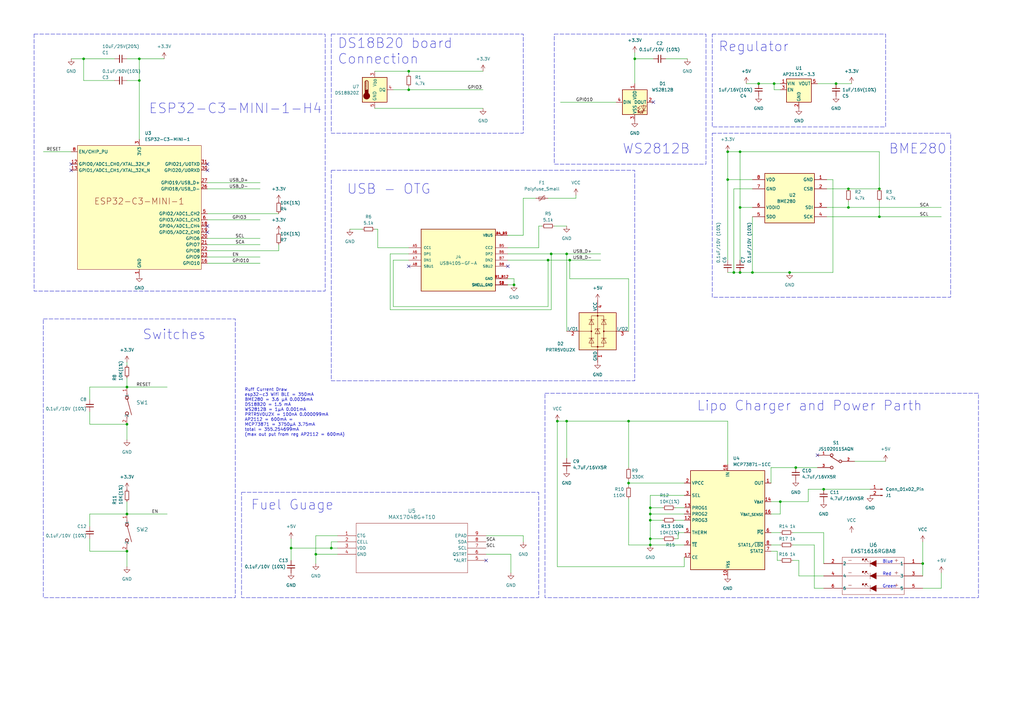
<source format=kicad_sch>
(kicad_sch (version 20230121) (generator eeschema)
  (paper "A3")
  (title_block (title "Arsenic V3"))
  (junction (at 378.46 231.14))
  (junction (at 311.15 34.29))
  (junction (at 260.35 24.13))
  (junction (at 52.07 173.99))
  (junction (at 326.39 191.77))
  (junction (at 342.9 34.29))
  (junction (at 224.79 106.68))
  (junction (at 257.81 172.72))
  (junction (at 266.7 210.82))
  (junction (at 347.98 85.09))
  (junction (at 210.82 116.84))
  (junction (at 52.07 158.75))
  (junction (at 317.5 34.29))
  (junction (at 303.53 85.09))
  (junction (at 337.82 200.66))
  (junction (at 34.29 24.13))
  (junction (at 228.6 172.72))
  (junction (at 233.68 106.68))
  (junction (at 303.53 111.76))
  (junction (at 266.7 223.52))
  (junction (at 226.06 104.14))
  (junction (at 57.15 33.02))
  (junction (at 298.45 73.66))
  (junction (at 298.45 62.23))
  (junction (at 167.64 36.83))
  (junction (at 57.15 24.13))
  (junction (at 232.41 172.72))
  (junction (at 323.85 111.76))
  (junction (at 52.07 210.82))
  (junction (at 119.38 224.79))
  (junction (at 300.99 111.76))
  (junction (at 167.64 29.21))
  (junction (at 266.7 213.36))
  (junction (at 320.04 205.74))
  (junction (at 360.68 77.47))
  (junction (at 266.7 208.28))
  (junction (at 135.89 224.79))
  (junction (at 360.68 88.9))
  (junction (at 232.41 104.14))
  (junction (at 308.61 111.76))
  (junction (at 52.07 226.06))
  (junction (at 257.81 198.12))
  (junction (at 347.98 77.47))
  (junction (at 303.53 62.23))
  (junction (at 129.54 227.33))
  (junction (at 266.7 220.98))
  (no_connect (at 85.09 92.71))
  (no_connect (at 29.21 67.31))
  (no_connect (at 29.21 69.85))
  (no_connect (at 208.28 109.22))
  (no_connect (at 85.09 67.31))
  (no_connect (at 85.09 95.25))
  (no_connect (at 85.09 69.85))
  (no_connect (at 267.97 41.91))
  (no_connect (at 199.39 229.87))
  (no_connect (at 167.64 109.22))
  (no_connect (at 335.28 186.69))
  (wire (pts (xy 320.04 205.74) (xy 331.47 205.74)))
  (wire (pts (xy 67.31 24.13) (xy 57.15 24.13)))
  (wire (pts (xy 208.28 104.14) (xy 226.06 104.14)))
  (wire (pts (xy 347.98 85.09) (xy 339.09 85.09)))
  (wire (pts (xy 199.39 219.71) (xy 214.63 219.71)))
  (wire (pts (xy 68.58 158.75) (xy 52.07 158.75)))
  (wire (pts (xy 222.25 92.71) (xy 220.98 92.71)))
  (wire (pts (xy 167.64 29.21) (xy 167.64 30.48)))
  (wire (pts (xy 57.15 33.02) (xy 57.15 57.15)))
  (wire (pts (xy 257.81 223.52) (xy 266.7 223.52)))
  (wire (pts (xy 308.61 77.47) (xy 300.99 77.47)))
  (wire (pts (xy 266.7 220.98) (xy 266.7 223.52)))
  (wire (pts (xy 316.23 218.44) (xy 320.04 218.44)))
  (wire (pts (xy 257.81 172.72) (xy 257.81 191.77)))
  (wire (pts (xy 337.82 200.66) (xy 356.87 200.66)))
  (wire (pts (xy 209.55 227.33) (xy 209.55 234.95)))
  (wire (pts (xy 36.83 163.83) (xy 36.83 158.75)))
  (wire (pts (xy 68.58 210.82) (xy 52.07 210.82)))
  (wire (pts (xy 228.6 172.72) (xy 232.41 172.72)))
  (wire (pts (xy 153.67 44.45) (xy 198.12 44.45)))
  (wire (pts (xy 325.12 223.52) (xy 334.01 223.52)))
  (wire (pts (xy 303.53 85.09) (xy 303.53 106.68)))
  (wire (pts (xy 260.35 21.59) (xy 260.35 24.13)))
  (wire (pts (xy 36.83 168.91) (xy 36.83 173.99)))
  (wire (pts (xy 300.99 111.76) (xy 303.53 111.76)))
  (wire (pts (xy 298.45 73.66) (xy 298.45 106.68)))
  (wire (pts (xy 114.3 100.33) (xy 114.3 102.87)))
  (wire (pts (xy 138.43 222.25) (xy 135.89 222.25)))
  (wire (pts (xy 85.09 102.87) (xy 114.3 102.87)))
  (wire (pts (xy 52.07 154.94) (xy 52.07 158.75)))
  (wire (pts (xy 52.07 148.59) (xy 52.07 149.86)))
  (wire (pts (xy 266.7 220.98) (xy 271.78 220.98)))
  (wire (pts (xy 220.98 101.6) (xy 208.28 101.6)))
  (wire (pts (xy 232.41 172.72) (xy 257.81 172.72)))
  (wire (pts (xy 36.83 158.75) (xy 52.07 158.75)))
  (wire (pts (xy 167.64 35.56) (xy 167.64 36.83)))
  (wire (pts (xy 298.45 62.23) (xy 298.45 73.66)))
  (wire (pts (xy 226.06 104.14) (xy 232.41 104.14)))
  (wire (pts (xy 266.7 203.2) (xy 266.7 208.28)))
  (wire (pts (xy 36.83 173.99) (xy 52.07 173.99)))
  (wire (pts (xy 339.09 77.47) (xy 347.98 77.47)))
  (wire (pts (xy 257.81 196.85) (xy 257.81 198.12)))
  (wire (pts (xy 266.7 203.2) (xy 280.67 203.2)))
  (wire (pts (xy 318.77 226.06) (xy 316.23 226.06)))
  (wire (pts (xy 325.12 218.44) (xy 337.82 218.44)))
  (wire (pts (xy 52.07 205.74) (xy 52.07 210.82)))
  (wire (pts (xy 342.9 34.29) (xy 349.25 34.29)))
  (wire (pts (xy 306.07 34.29) (xy 311.15 34.29)))
  (wire (pts (xy 335.28 34.29) (xy 342.9 34.29)))
  (wire (pts (xy 280.67 232.41) (xy 228.6 232.41)))
  (wire (pts (xy 129.54 227.33) (xy 129.54 231.14)))
  (wire (pts (xy 320.04 36.83) (xy 317.5 36.83)))
  (wire (pts (xy 208.28 96.52) (xy 214.63 96.52)))
  (wire (pts (xy 220.98 92.71) (xy 220.98 101.6)))
  (wire (pts (xy 167.64 36.83) (xy 198.12 36.83)))
  (wire (pts (xy 331.47 200.66) (xy 337.82 200.66)))
  (wire (pts (xy 308.61 88.9) (xy 308.61 111.76)))
  (wire (pts (xy 303.53 111.76) (xy 308.61 111.76)))
  (wire (pts (xy 160.02 104.14) (xy 160.02 127)))
  (wire (pts (xy 208.28 106.68) (xy 224.79 106.68)))
  (wire (pts (xy 276.86 213.36) (xy 280.67 213.36)))
  (wire (pts (xy 378.46 222.25) (xy 378.46 231.14)))
  (wire (pts (xy 360.68 82.55) (xy 360.68 88.9)))
  (wire (pts (xy 160.02 127) (xy 226.06 127)))
  (wire (pts (xy 154.94 101.6) (xy 167.64 101.6)))
  (wire (pts (xy 278.13 220.98) (xy 278.13 218.44)))
  (wire (pts (xy 229.87 41.91) (xy 252.73 41.91)))
  (wire (pts (xy 320.04 210.82) (xy 320.04 205.74)))
  (wire (pts (xy 280.67 223.52) (xy 266.7 223.52)))
  (wire (pts (xy 325.12 229.87) (xy 327.66 229.87)))
  (wire (pts (xy 138.43 219.71) (xy 129.54 219.71)))
  (wire (pts (xy 337.82 218.44) (xy 337.82 231.14)))
  (wire (pts (xy 214.63 219.71) (xy 214.63 222.25)))
  (wire (pts (xy 17.78 62.23) (xy 29.21 62.23)))
  (wire (pts (xy 85.09 90.17) (xy 106.68 90.17)))
  (wire (pts (xy 233.68 106.68) (xy 233.68 114.3)))
  (wire (pts (xy 298.45 190.5) (xy 298.45 172.72)))
  (wire (pts (xy 143.51 93.98) (xy 148.59 93.98)))
  (wire (pts (xy 360.68 77.47) (xy 360.68 62.23)))
  (wire (pts (xy 153.67 93.98) (xy 154.94 93.98)))
  (wire (pts (xy 232.41 104.14) (xy 232.41 135.89)))
  (wire (pts (xy 153.67 29.21) (xy 167.64 29.21)))
  (wire (pts (xy 257.81 204.47) (xy 257.81 223.52)))
  (wire (pts (xy 339.09 73.66) (xy 341.63 73.66)))
  (wire (pts (xy 167.64 106.68) (xy 161.29 106.68)))
  (wire (pts (xy 227.33 92.71) (xy 232.41 92.71)))
  (wire (pts (xy 316.23 191.77) (xy 316.23 198.12)))
  (wire (pts (xy 360.68 88.9) (xy 386.08 88.9)))
  (wire (pts (xy 233.68 114.3) (xy 257.81 114.3)))
  (wire (pts (xy 52.07 226.06) (xy 52.07 232.41)))
  (wire (pts (xy 266.7 208.28) (xy 266.7 210.82)))
  (wire (pts (xy 350.52 189.23) (xy 363.22 189.23)))
  (wire (pts (xy 36.83 220.98) (xy 36.83 226.06)))
  (wire (pts (xy 276.86 220.98) (xy 278.13 220.98)))
  (wire (pts (xy 339.09 88.9) (xy 360.68 88.9)))
  (wire (pts (xy 320.04 229.87) (xy 318.77 229.87)))
  (wire (pts (xy 85.09 97.79) (xy 106.68 97.79)))
  (wire (pts (xy 232.41 172.72) (xy 232.41 187.96)))
  (wire (pts (xy 300.99 77.47) (xy 300.99 111.76)))
  (wire (pts (xy 316.23 205.74) (xy 320.04 205.74)))
  (wire (pts (xy 129.54 227.33) (xy 138.43 227.33)))
  (wire (pts (xy 303.53 85.09) (xy 308.61 85.09)))
  (wire (pts (xy 266.7 210.82) (xy 280.67 210.82)))
  (wire (pts (xy 327.66 236.22) (xy 327.66 229.87)))
  (wire (pts (xy 337.82 236.22) (xy 327.66 236.22)))
  (wire (pts (xy 236.22 80.01) (xy 236.22 81.28)))
  (wire (pts (xy 161.29 36.83) (xy 167.64 36.83)))
  (wire (pts (xy 266.7 213.36) (xy 271.78 213.36)))
  (wire (pts (xy 36.83 210.82) (xy 52.07 210.82)))
  (wire (pts (xy 36.83 215.9) (xy 36.83 210.82)))
  (wire (pts (xy 208.28 114.3) (xy 210.82 114.3)))
  (wire (pts (xy 135.89 222.25) (xy 135.89 224.79)))
  (wire (pts (xy 224.79 106.68) (xy 224.79 125.73)))
  (wire (pts (xy 298.45 111.76) (xy 300.99 111.76)))
  (wire (pts (xy 317.5 36.83) (xy 317.5 34.29)))
  (wire (pts (xy 257.81 114.3) (xy 257.81 135.89)))
  (wire (pts (xy 85.09 105.41) (xy 106.68 105.41)))
  (wire (pts (xy 341.63 73.66) (xy 341.63 111.76)))
  (wire (pts (xy 34.29 24.13) (xy 34.29 33.02)))
  (wire (pts (xy 323.85 111.76) (xy 341.63 111.76)))
  (wire (pts (xy 280.67 198.12) (xy 257.81 198.12)))
  (wire (pts (xy 347.98 77.47) (xy 360.68 77.47)))
  (wire (pts (xy 303.53 62.23) (xy 303.53 85.09)))
  (wire (pts (xy 266.7 213.36) (xy 266.7 220.98)))
  (wire (pts (xy 85.09 74.93) (xy 106.68 74.93)))
  (wire (pts (xy 119.38 224.79) (xy 135.89 224.79)))
  (wire (pts (xy 129.54 219.71) (xy 129.54 227.33)))
  (wire (pts (xy 308.61 111.76) (xy 323.85 111.76)))
  (wire (pts (xy 85.09 77.47) (xy 106.68 77.47)))
  (wire (pts (xy 34.29 24.13) (xy 29.21 24.13)))
  (wire (pts (xy 57.15 24.13) (xy 57.15 33.02)))
  (wire (pts (xy 119.38 224.79) (xy 119.38 229.87)))
  (wire (pts (xy 161.29 125.73) (xy 224.79 125.73)))
  (wire (pts (xy 347.98 85.09) (xy 386.08 85.09)))
  (wire (pts (xy 224.79 106.68) (xy 233.68 106.68)))
  (wire (pts (xy 119.38 220.98) (xy 119.38 224.79)))
  (wire (pts (xy 257.81 198.12) (xy 257.81 199.39)))
  (wire (pts (xy 214.63 81.28) (xy 219.71 81.28)))
  (wire (pts (xy 167.64 29.21) (xy 198.12 29.21)))
  (wire (pts (xy 233.68 106.68) (xy 246.38 106.68)))
  (wire (pts (xy 347.98 82.55) (xy 347.98 85.09)))
  (wire (pts (xy 386.08 234.95) (xy 386.08 241.3)))
  (wire (pts (xy 378.46 231.14) (xy 378.46 236.22)))
  (wire (pts (xy 199.39 227.33) (xy 209.55 227.33)))
  (wire (pts (xy 161.29 106.68) (xy 161.29 125.73)))
  (wire (pts (xy 334.01 241.3) (xy 337.82 241.3)))
  (wire (pts (xy 224.79 81.28) (xy 236.22 81.28)))
  (wire (pts (xy 167.64 104.14) (xy 160.02 104.14)))
  (wire (pts (xy 378.46 241.3) (xy 386.08 241.3)))
  (wire (pts (xy 276.86 208.28) (xy 280.67 208.28)))
  (wire (pts (xy 273.05 24.13) (xy 281.94 24.13)))
  (wire (pts (xy 317.5 34.29) (xy 320.04 34.29)))
  (wire (pts (xy 260.35 24.13) (xy 260.35 34.29)))
  (wire (pts (xy 226.06 127) (xy 226.06 104.14)))
  (wire (pts (xy 360.68 62.23) (xy 303.53 62.23)))
  (wire (pts (xy 266.7 210.82) (xy 266.7 213.36)))
  (wire (pts (xy 278.13 218.44) (xy 280.67 218.44)))
  (wire (pts (xy 271.78 208.28) (xy 266.7 208.28)))
  (wire (pts (xy 154.94 93.98) (xy 154.94 101.6)))
  (wire (pts (xy 232.41 104.14) (xy 246.38 104.14)))
  (wire (pts (xy 316.23 191.77) (xy 326.39 191.77)))
  (wire (pts (xy 334.01 223.52) (xy 334.01 241.3)))
  (wire (pts (xy 298.45 73.66) (xy 308.61 73.66)))
  (wire (pts (xy 210.82 114.3) (xy 210.82 116.84)))
  (wire (pts (xy 298.45 62.23) (xy 303.53 62.23)))
  (wire (pts (xy 208.28 116.84) (xy 210.82 116.84)))
  (wire (pts (xy 260.35 24.13) (xy 267.97 24.13)))
  (wire (pts (xy 257.81 172.72) (xy 298.45 172.72)))
  (wire (pts (xy 57.15 24.13) (xy 52.07 24.13)))
  (wire (pts (xy 311.15 34.29) (xy 317.5 34.29)))
  (wire (pts (xy 214.63 96.52) (xy 214.63 81.28)))
  (wire (pts (xy 85.09 107.95) (xy 106.68 107.95)))
  (wire (pts (xy 316.23 210.82) (xy 320.04 210.82)))
  (wire (pts (xy 36.83 226.06) (xy 52.07 226.06)))
  (wire (pts (xy 280.67 232.41) (xy 280.67 228.6)))
  (wire (pts (xy 46.99 24.13) (xy 34.29 24.13)))
  (wire (pts (xy 52.07 173.99) (xy 52.07 180.34)))
  (wire (pts (xy 331.47 205.74) (xy 331.47 200.66)))
  (wire (pts (xy 85.09 87.63) (xy 114.3 87.63)))
  (wire (pts (xy 228.6 172.72) (xy 228.6 232.41)))
  (wire (pts (xy 318.77 229.87) (xy 318.77 226.06)))
  (wire (pts (xy 57.15 33.02) (xy 52.07 33.02)))
  (wire (pts (xy 316.23 223.52) (xy 320.04 223.52)))
  (wire (pts (xy 46.99 33.02) (xy 34.29 33.02)))
  (wire (pts (xy 135.89 224.79) (xy 138.43 224.79)))
  (wire (pts (xy 326.39 191.77) (xy 335.28 191.77)))
  (wire (pts (xy 85.09 100.33) (xy 106.68 100.33)))
  (rectangle (start 227.33 13.97) (end 289.56 67.31) (stroke (width 0) (type dash)))
  (rectangle (start 135.89 13.97) (end 214.63 54.61) (stroke (width 0) (type dash)))
  (rectangle (start 99.06 201.93) (end 220.98 245.11) (stroke (width 0) (type dash)))
  (rectangle (start 17.78 130.81) (end 96.52 245.11) (stroke (width 0) (type dash)))
  (rectangle (start 135.89 69.85) (end 260.35 156.21) (stroke (width 0) (type dash)))
  (rectangle (start 223.52 161.29) (end 401.32 245.11) (stroke (width 0) (type dash)))
  (rectangle (start 292.1 54.61) (end 389.89 121.92) (stroke (width 0) (type dash)))
  (rectangle (start 13.97 13.97) (end 133.35 119.38) (stroke (width 0) (type dash)))
  (rectangle (start 292.1 13.97) (end 363.22 52.07) (stroke (width 0) (type dash)))
  (text "WS2812B" (at 255.27 63.5 0) (effects (font (size 4 4)) (justify left bottom)))
  (text "Regulator\n" (at 294.64 21.59 0) (effects (font (size 4 4)) (justify left bottom)))
  (text "Fuel Guage" (at 102.87 209.55 0) (effects (font (size 4 4)) (justify left bottom)))
  (text "Lipo Charger and Power Parth\n" (at 285.75 168.91 0) (effects (font (size 4 4)) (justify left bottom)))
  (text "Green" (at 361.95 241.3 0) (effects (font (size 1.27 1.27)) (justify left bottom)))
  (text "USB - OTG" (at 142.24 80.01 0) (effects (font (size 4 4)) (justify left bottom)))
  (text "ESP32-C3-MINI-1-H4" (at 60.96 46.99 0) (effects (font (size 4 4)) (justify left bottom)))
  (text "BME280" (at 364.49 63.5 0) (effects (font (size 4 4)) (justify left bottom)))
  (text "Switches" (at 58.42 139.7 0) (effects (font (size 4 4)) (justify left bottom)))
  (text "Red\n" (at 361.95 236.22 0) (effects (font (size 1.27 1.27)) (justify left bottom)))
  (text "Blue" (at 361.95 231.14 0) (effects (font (size 1.27 1.27)) (justify left bottom)))
  (text "Ruff Current Draw\nesp32-c3 Wifi BLE = 350mA\nBME280 = 3.6 μA 0.0036mA\nDS18B20 = 1.5 mA \nWS2812B = 1μA 0.001mA\nPRTR5V0U2X = 100nA 0.000099mA\nAP2112 = 600mA =\nMCP73871 = 3750μA 3.75mA\ntotal = 355.254699mA\n(max out put from reg AP2112 = 600mA)\n" (at 100.33 179.07 0) (effects (font (size 1.27 1.27)) (justify left bottom)))
  (text "DS18B20 board\nConnection" (at 138.43 26.67 0) (effects (font (size 4 4)) (justify left bottom)))
  (label "USB_D-" (at 93.98 77.47 0))
  (label "SCA" (at 199.39 222.25 0))
  (label "USB_D-" (at 234.95 106.68 0))
  (label "SCA" (at 96.52 100.33 0))
  (label "SCL" (at 96.52 97.79 0))
  (label "EN" (at 95.25 105.41 0))
  (label "USB_D+" (at 234.95 104.14 0))
  (label "GPI010" (at 236.22 41.91 0))
  (label "RESET" (at 55.88 158.75 0))
  (label "USB_D+" (at 93.98 74.93 0))
  (label "EN" (at 62.23 210.82 0))
  (label "GPI010" (at 95.25 107.95 0))
  (label "GPIO3" (at 191.77 36.83 0))
  (label "SCA" (at 377.19 85.09 0))
  (label "SCL" (at 377.19 88.9 0))
  (label "RESET" (at 19.05 62.23 0))
  (label "SCL" (at 199.39 224.79 0))
  (label "GPIO3" (at 95.25 90.17 0))
  (symbol (lib_id "MAX17048G:MAX17048G+T10") (at 138.43 219.71 0) (unit 1)
    (property "Reference" "U5" (at 168.91 209.55 0) (effects (font (size 1.524 1.524))))
    (property "Value" "MAX17048G+T10" (at 168.91 212.09 0) (effects (font (size 1.524 1.524))))
    (property "Footprint" "21-0168E_T822-3_MXM" (effects hide))
    (property "Datasheet" "MAX17048G+T10" (effects hide))
    (property "oemPN" "MAX17048G+T10" (effects hide))
    (property "DigiKeyPN" "MAX17048G+T10CT-ND" (effects hide))
    (property "DigiKeyPrice" "$5.84100" (effects hide))
    (property "ProductPage" "https://www.digikey.com.au/en/products/detail/analog-devices-inc-maxim-integrated/MAX17048G-T10/3758921" (effects hide))
  )
  (symbol (lib_id "power:+3.3V") (at 349.25 34.29 0) (unit 1)
    (property "Reference" "#PWR07" (effects hide))
    (property "Value" "+3.3V" (at 349.25 29.21 0))
  )
  (symbol (lib_id "Device:C_Small") (at 342.9 36.83 0) (unit 1)
    (property "Reference" "C5" (at 345.44 39.37 0) (effects (justify left)))
    (property "Value" "1uF/16V(10%)" (at 345.44 36.83 0) (effects (justify left)))
    (property "Footprint" "Capacitor_SMD:C_0402_1005Metric_Pad0.74x0.62mm_HandSolder" (effects hide))
    (property "Datasheet" "https://mm.digikey.com/Volume0/opasdata/d220001/medias/docus/609/CL05A105KO5NNNC_Spec_5-2-19.pdf" (effects hide))
    (property "oemPN" "CL05A105KO5NNNC" (effects hide))
    (property "DigiKeyPN" "1276-1067-1-ND" (effects hide))
    (property "DigiKeyPrice" "$0.17600" (effects hide))
    (property "ProductPage" "https://www.digikey.com.au/en/products/detail/samsung-electro-mechanics/CL05A105KO5NNNC/3886725" (effects hide))
  )
  (symbol (lib_id "power:+3.3V") (at 52.07 200.66 0) (unit 1)
    (property "Reference" "#PWR030" (effects hide))
    (property "Value" "+3.3V" (at 52.07 195.58 0))
  )
  (symbol (lib_id "power:GND") (at 245.11 148.59 0) (unit 1)
    (property "Reference" "#PWR024" (effects hide))
    (property "Value" "GND" (at 245.11 153.67 0))
  )
  (symbol (lib_id "power:+5V") (at 386.08 234.95 0) (unit 1)
    (property "Reference" "#PWR043" (effects hide))
    (property "Value" "+5V" (at 386.08 229.87 0))
  )
  (symbol (lib_id "power:+3.3V") (at 198.12 29.21 0) (unit 1)
    (property "Reference" "#PWR05" (effects hide))
    (property "Value" "+3.3V" (at 198.12 24.13 0))
  )
  (symbol (lib_id "Device:C_Small") (at 49.53 33.02 270) (unit 1)
    (property "Reference" "C3" (at 41.91 31.75 90) (effects (justify left)))
    (property "Value" "0.1uF/50V(10%)" (at 41.91 29.21 90) (effects (justify left)))
    (property "Footprint" "Capacitor_SMD:C_0402_1005Metric_Pad0.74x0.62mm_HandSolder" (effects hide))
    (property "Datasheet" "https://search.murata.co.jp/Ceramy/image/img/A01X/G101/ENG/GRM155R61H104ME14-01.pdf" (effects hide))
    (property "oemPN" "GRM155R61H104ME14D" (effects hide))
    (property "DigiKeyPN" "490-GRM155R61H104ME14DCT-ND" (effects hide))
    (property "DigiKeyPrice" "$0.17600" (effects hide))
    (property "ProductPage" "https://www.digikey.com.au/en/products/detail/murata-electronics/GRM155R71H104ME14D/4905181" (effects hide))
  )
  (symbol (lib_id "Device:R_Small") (at 347.98 80.01 180) (unit 1)
    (property "Reference" "R2" (at 350.52 78.74 0) (effects (justify right)))
    (property "Value" "4.7k" (at 350.52 81.28 0) (effects (justify right)))
    (property "Footprint" "Resistor_SMD:R_0402_1005Metric_Pad0.72x0.64mm_HandSolder" (effects hide))
    (property "Datasheet" "https://www.yageo.com/upload/media/product/productsearch/datasheet/rchip/PYu-RC_Group_51_RoHS_L_12.pdf" (effects hide))
    (property "oemPN" "RC0402FR-074K7L" (effects hide))
    (property "DigiKeyPN" "311-4.7KLRCT-ND" (effects hide))
    (property "DigiKeyPrice" "$0.17600" (effects hide))
    (property "ProductPage" "https://www.digikey.com.au/en/products/detail/yageo/RC0402FR-074K7L/2827563" (effects hide))
  )
  (symbol (lib_id "Device:R_Small") (at 114.3 85.09 0) (unit 1)
    (property "Reference" "R4" (at 114.935 85.725 0) (effects (justify left)))
    (property "Value" "10K(1%)" (at 114.935 83.185 0) (effects (justify left)))
    (property "Footprint" "Capacitor_SMD:C_0402_1005Metric_Pad0.74x0.62mm_HandSolder" (effects hide))
    (property "Datasheet" "https://www.yageo.com/upload/media/product/productsearch/datasheet/rchip/PYu-RC_Group_51_RoHS_L_12.pdf" (effects hide))
    (property "oemPN" "RC0402FR-0710KL" (effects hide))
    (property "DigiKeyPN" "311-10.0KLRCT-ND" (effects hide))
    (property "DigiKeyPrice" "$0.17600" (effects hide))
    (property "ProductPage" "https://www.digikey.com.au/en/products/detail/yageo/RC0402FR-0710KL/726523" (effects hide))
  )
  (symbol (lib_id "power:GND") (at 323.85 111.76 0) (unit 1)
    (property "Reference" "#PWR019" (effects hide))
    (property "Value" "GND" (at 323.85 116.84 0))
  )
  (symbol (lib_id "power:GND") (at 266.7 223.52 0) (unit 1)
    (property "Reference" "#PWR036" (effects hide))
    (property "Value" "GND" (at 266.7 228.6 0))
  )
  (symbol (lib_id "power:GND") (at 52.07 232.41 0) (unit 1)
    (property "Reference" "#PWR039" (effects hide))
    (property "Value" "GND" (at 52.07 237.49 0))
  )
  (symbol (lib_id "power:+5V") (at 119.38 220.98 0) (unit 1)
    (property "Reference" "#PWR033" (effects hide))
    (property "Value" "+5V" (at 119.38 215.9 0))
  )
  (symbol (lib_id "power:+3.3V") (at 114.3 82.55 0) (unit 1)
    (property "Reference" "#PWR015" (effects hide))
    (property "Value" "+3.3V" (at 114.3 77.47 0))
  )
  (symbol (lib_id "Device:R_Small") (at 322.58 223.52 90) (unit 1)
    (property "Reference" "R17" (at 321.31 220.98 90))
    (property "Value" "1k" (at 325.12 220.98 90))
    (property "Footprint" "Resistor_SMD:R_0402_1005Metric_Pad0.72x0.64mm_HandSolder" (effects hide))
    (property "Datasheet" "https://www.yageo.com/upload/media/product/app/datasheet/rchip/pyu-rc_group_51_rohs_l.pdf" (effects hide))
    (property "oemPN" "RC0402FR-071KL" (effects hide))
    (property "DigiKeyPN" "311-1.00KLRCT-ND" (effects hide))
    (property "DigiKeyPrice" "$0.17600" (effects hide))
    (property "ProductPage" "https://www.digikey.com.au/en/products/detail/yageo/RC0402FR-071KL/726513" (effects hide))
  )
  (symbol (lib_id "power:GND") (at 57.15 113.03 0) (unit 1)
    (property "Reference" "#PWR020" (effects hide))
    (property "Value" "GND" (at 57.15 118.11 0))
  )
  (symbol (lib_id "Device:Polyfuse_Small") (at 222.25 81.28 90) (unit 1)
    (property "Reference" "F1" (at 222.25 74.93 90))
    (property "Value" "Polyfuse_Small" (at 222.25 77.47 90))
    (property "Footprint" "Fuse:Fuse_0805_2012Metric_Pad1.15x1.40mm_HandSolder" (effects hide))
    (property "Datasheet" "https://www.yageo.com/upload/media/product/productsearch/datasheet/cpc/pptc/SMD0603_1.pdf" (effects hide))
    (property "oemPN" "SMD0805B075TF" (effects hide))
    (property "DigiKeyPN" "13-SMD0805B075TFCT-ND" (effects hide))
    (property "DigiKeyPrice" "$0.20900" (effects hide))
    (property "ProductPage" "https://www.digikey.com.au/en/products/detail/yageo/SMD0805B075TF/15212932" (effects hide))
  )
  (symbol (lib_id "Device:R_Small") (at 224.79 92.71 270) (unit 1)
    (property "Reference" "R5" (at 224.79 87.63 90))
    (property "Value" "5.1k" (at 224.79 90.17 90))
    (property "Footprint" "Resistor_SMD:R_0402_1005Metric_Pad0.72x0.64mm_HandSolder" (effects hide))
    (property "Datasheet" "https://www.yageo.com/upload/media/product/productsearch/datasheet/rchip/PYu-RC_Group_51_RoHS_L_12.pdf" (effects hide))
    (property "oemPN" "RC0402FR-135K1L" (effects hide))
    (property "DigiKeyPN" "13-RC0402FR-135K1LCT-ND" (effects hide))
    (property "DigiKeyPrice" "$0.17600" (effects hide))
    (property "ProductPage" "https://www.digikey.com.au/en/products/detail/yageo/RC0402FR-135K1L/14286364" (effects hide))
  )
  (symbol (lib_id "power:GND") (at 209.55 234.95 0) (unit 1)
    (property "Reference" "#PWR040" (effects hide))
    (property "Value" "GND" (at 209.55 240.03 0))
  )
  (symbol (lib_id "JS102011SAQN:JS102011SAQN") (at 342.9 189.23 0) (unit 1)
    (property "Reference" "S1" (at 342.9 181.61 0))
    (property "Value" "JS102011SAQN" (at 342.9 184.15 0))
    (property "Footprint" "JS102011SAQN:SW_JS102011SAQN" (effects hide))
    (property "Datasheet" "https://www.ckswitches.com/media/1422/js.pdf" (effects hide))
    (property "oemPN" "JS102011SAQN" (effects hide))
    (property "DigiKeyPN" "401-1999-1-ND" (effects hide))
    (property "DigiKeyPrice" "$1.26500" (effects hide))
    (property "ProductPage" "https://www.digikey.com.au/en/products/detail/c-k/JS102011SAQN/1640095?s=N4IgTCBcDaIFIGUCMAGMKlIQQQIoDkQBdAXyA" (effects hide))
  )
  (symbol (lib_id "PCM_Espressif:ESP32-C3-MINI-1") (at 57.15 85.09 0) (unit 1)
    (property "Reference" "U3" (at 59.3441 54.61 0) (effects (justify left)))
    (property "Value" "ESP32-C3-MINI-1" (at 59.3441 57.15 0) (effects (justify left)))
    (property "Footprint" "PCM_Espressif:ESP32-C3-MINI-1" (effects hide))
    (property "Datasheet" "https://www.espressif.com/sites/default/files/documentation/esp32-c3-mini-1_datasheet_en.pdf" (effects hide))
    (property "oemPN" "ESP32-C3-MINI-1-H4" (effects hide))
    (property "DigiKeyPN" "1965-ESP32-C3-MINI-1-H4CT-ND" (effects hide))
    (property "DigiKeyPrice" "$3.38800" (effects hide))
    (property "ProductPage" "https://www.digikey.com.au/en/products/detail/espressif-systems/ESP32-C3-MINI-1-H4/14548892" (effects hide))
  )
  (symbol (lib_id "power:GND") (at 52.07 180.34 0) (unit 1)
    (property "Reference" "#PWR026" (effects hide))
    (property "Value" "GND" (at 52.07 185.42 0))
  )
  (symbol (lib_id "Device:R_Small") (at 167.64 33.02 180) (unit 1)
    (property "Reference" "R1" (at 170.18 31.75 0) (effects (justify right)))
    (property "Value" "4.7k" (at 170.18 34.29 0) (effects (justify right)))
    (property "Footprint" "Resistor_SMD:R_0402_1005Metric_Pad0.72x0.64mm_HandSolder" (effects hide))
    (property "Datasheet" "https://www.yageo.com/upload/media/product/productsearch/datasheet/rchip/PYu-RC_Group_51_RoHS_L_12.pdf" (effects hide))
    (property "oemPN" "RC0402FR-074K7L" (effects hide))
    (property "DigiKeyPN" "311-4.7KLRCT-ND" (effects hide))
    (property "DigiKeyPrice" "$0.17600" (effects hide))
    (property "ProductPage" "https://www.digikey.com.au/en/products/detail/yageo/RC0402FR-074K7L/2827563" (effects hide))
  )
  (symbol (lib_id "power:+3.3V") (at 260.35 21.59 0) (unit 1)
    (property "Reference" "#PWR01" (effects hide))
    (property "Value" "+3.3V" (at 260.35 16.51 0))
  )
  (symbol (lib_id "Device:C_Small") (at 36.83 166.37 180) (unit 1)
    (property "Reference" "C8" (at 35.56 163.83 0) (effects (justify left)))
    (property "Value" "0.1uF/10V (10%)" (at 35.56 167.64 0) (effects (justify left)))
    (property "Footprint" "Capacitor_SMD:C_0402_1005Metric_Pad0.74x0.62mm_HandSolder" (effects hide))
    (property "Datasheet" "https://mm.digikey.com/Volume0/opasdata/d220001/medias/docus/609/CL05A104KP5NNNC_Spec.pdf" (effects hide))
    (property "oemPN" "CL05A104KP5NNNC" (effects hide))
    (property "DigiKeyPN" "1276-1022-1-ND" (effects hide))
    (property "DigiKeyPrice" "$0.17600" (effects hide))
    (property "ProductPage" "https://www.digikey.com.au/en/products/detail/samsung-electro-mechanics/CL05A104KP5NNNC/3886680" (effects hide))
  )
  (symbol (lib_id "Device:C_Small") (at 311.15 36.83 0) (unit 1)
    (property "Reference" "C4" (at 303.53 39.37 0) (effects (justify left)))
    (property "Value" "1uF/16V(10%)" (at 294.64 36.83 0) (effects (justify left)))
    (property "Footprint" "Capacitor_SMD:C_0402_1005Metric_Pad0.74x0.62mm_HandSolder" (effects hide))
    (property "Datasheet" "https://mm.digikey.com/Volume0/opasdata/d220001/medias/docus/609/CL05A105KO5NNNC_Spec_5-2-19.pdf" (effects hide))
    (property "oemPN" "CL05A105KO5NNNC" (effects hide))
    (property "DigiKeyPN" "1276-1067-1-ND" (effects hide))
    (property "DigiKeyPrice" "$0.17600" (effects hide))
    (property "ProductPage" "https://www.digikey.com.au/en/products/detail/samsung-electro-mechanics/CL05A105KO5NNNC/3886725" (effects hide))
  )
  (symbol (lib_id "Sensor:BME280") (at 323.85 81.28 0) (unit 1)
    (property "Reference" "U2" (at 326.39 80.01 0) (effects (justify right)))
    (property "Value" "BME280" (at 326.39 82.55 0) (effects (justify right)))
    (property "Footprint" "Package_LGA:Bosch_LGA-8_2.5x2.5mm_P0.65mm_ClockwisePinNumbering" (effects hide))
    (property "Datasheet" "https://www.bosch-sensortec.com/media/boschsensortec/downloads/datasheets/bst-bme280-ds002.pdf" (effects hide))
    (property "oemPN" "BME280" (effects hide))
    (property "DigiKeyPN" "828-1063-1-ND" (effects hide))
    (property "DigiKeyPrice" "$11.46200" (effects hide))
    (property "ProductPage" "https://www.digikey.com.au/en/products/detail/bosch-sensortec/BME280/6136306" (effects hide))
  )
  (symbol (lib_id "power:+3.3V") (at 67.31 24.13 0) (unit 1)
    (property "Reference" "#PWR03" (effects hide))
    (property "Value" "+3.3V" (at 67.31 19.05 0))
  )
  (symbol (lib_id "KXT 331 LHS:KXT331LHS") (at 52.07 210.82 270) (unit 1)
    (property "Reference" "SW2" (at 55.88 217.17 90) (effects (font (size 1.524 1.524)) (justify left)))
    (property "Value" "KXT331LHS" (effects hide))
    (property "Footprint" "KXT3_CNK" (effects hide))
    (property "Datasheet" "KXT331LHS" (effects hide))
    (property "oemPN" "KXT 331 LHS" (effects hide))
    (property "DigiKeyPN" "CKN10779CT-ND" (effects hide))
    (property "DigiKeyPrice" "$0.55000" (effects hide))
    (property "ProductPage" "https://www.digikey.com.au/en/products/detail/c-k/KXT-331-LHS/6599754" (effects hide))
  )
  (symbol (lib_id "Device:R_Small") (at 52.07 152.4 0) (unit 1)
    (property "Reference" "R8" (at 46.99 156.21 90) (effects (justify left)))
    (property "Value" "10K(1%)" (at 49.53 156.21 90) (effects (justify left)))
    (property "Footprint" "Capacitor_SMD:C_0402_1005Metric_Pad0.74x0.62mm_HandSolder" (effects hide))
    (property "Datasheet" "https://www.yageo.com/upload/media/product/productsearch/datasheet/rchip/PYu-RC_Group_51_RoHS_L_12.pdf" (effects hide))
    (property "oemPN" "RC0402FR-0710KL" (effects hide))
    (property "DigiKeyPN" "311-10.0KLRCT-ND" (effects hide))
    (property "DigiKeyPrice" "$0.17600" (effects hide))
    (property "ProductPage" "https://www.digikey.com.au/en/products/detail/yageo/RC0402FR-0710KL/726523" (effects hide))
  )
  (symbol (lib_id "Device:C_Small") (at 326.39 194.31 0) (unit 1)
    (property "Reference" "C10" (at 328.93 193.0463 0) (effects (justify left)))
    (property "Value" "4.7uF/16VX5R" (at 328.93 195.5863 0) (effects (justify left)))
    (property "Footprint" "Capacitor_SMD:C_0402_1005Metric_Pad0.74x0.62mm_HandSolder" (effects hide))
    (property "Datasheet" "https://datasheets.kyocera-avx.com/cx5r-KGM.pdf" (effects hide))
    (property "oemPN" "KGM05CR51C475MH" (effects hide))
    (property "DigiKeyPN" "478-CM05X5R475M16AHCT-ND" (effects hide))
    (property "DigiKeyPrice" "$0.39600" (effects hide))
    (property "ProductPage" "https://www.digikey.com.au/en/products/detail/kyocera-avx/KGM05CR51C475MH/17866303" (effects hide))
  )
  (symbol (lib_id "Device:C_Small") (at 337.82 203.2 0) (unit 1)
    (property "Reference" "C11" (at 340.36 201.9363 0) (effects (justify left)))
    (property "Value" "4.7uF/16VX5R" (at 340.36 204.4763 0) (effects (justify left)))
    (property "Footprint" "Capacitor_SMD:C_0402_1005Metric_Pad0.74x0.62mm_HandSolder" (effects hide))
    (property "Datasheet" "https://datasheets.kyocera-avx.com/cx5r-KGM.pdf" (effects hide))
    (property "oemPN" "KGM05CR51C475MH" (effects hide))
    (property "DigiKeyPN" "478-CM05X5R475M16AHCT-ND" (effects hide))
    (property "DigiKeyPrice" "$0.39600" (effects hide))
    (property "ProductPage" "https://www.digikey.com.au/en/products/detail/kyocera-avx/KGM05CR51C475MH/17866303" (effects hide))
  )
  (symbol (lib_id "power:GND") (at 210.82 116.84 0) (unit 1)
    (property "Reference" "#PWR021" (effects hide))
    (property "Value" "GND" (at 210.82 121.92 0))
  )
  (symbol (lib_id "Device:R_Small") (at 360.68 80.01 180) (unit 1)
    (property "Reference" "R3" (at 363.22 78.74 0) (effects (justify right)))
    (property "Value" "4.7k" (at 363.22 81.28 0) (effects (justify right)))
    (property "Footprint" "Resistor_SMD:R_0402_1005Metric_Pad0.72x0.64mm_HandSolder" (effects hide))
    (property "Datasheet" "https://www.yageo.com/upload/media/product/productsearch/datasheet/rchip/PYu-RC_Group_51_RoHS_L_12.pdf" (effects hide))
    (property "oemPN" "RC0402FR-074K7L" (effects hide))
    (property "DigiKeyPN" "311-4.7KLRCT-ND" (effects hide))
    (property "DigiKeyPrice" "$0.17600" (effects hide))
    (property "ProductPage" "https://www.digikey.com.au/en/products/detail/yageo/RC0402FR-074K7L/2827563" (effects hide))
  )
  (symbol (lib_id "power:GND") (at 326.39 196.85 0) (unit 1)
    (property "Reference" "#PWR029" (effects hide))
    (property "Value" "GND" (at 326.39 201.93 0))
  )
  (symbol (lib_id "Device:R_Small") (at 274.32 208.28 270) (unit 1)
    (property "Reference" "R12" (at 270.51 203.2 90) (effects (justify left)))
    (property "Value" "10K(1%)" (at 270.51 205.74 90) (effects (justify left)))
    (property "Footprint" "Capacitor_SMD:C_0402_1005Metric_Pad0.74x0.62mm_HandSolder" (effects hide))
    (property "Datasheet" "https://www.yageo.com/upload/media/product/productsearch/datasheet/rchip/PYu-RC_Group_51_RoHS_L_12.pdf" (effects hide))
    (property "oemPN" "RC0402FR-0710KL" (effects hide))
    (property "DigiKeyPN" "311-10.0KLRCT-ND" (effects hide))
    (property "DigiKeyPrice" "$0.17600" (effects hide))
    (property "ProductPage" "https://www.digikey.com.au/en/products/detail/yageo/RC0402FR-0710KL/726523" (effects hide))
  )
  (symbol (lib_id "Device:R_Small") (at 114.3 97.79 0) (unit 1)
    (property "Reference" "R7" (at 114.935 98.425 0) (effects (justify left)))
    (property "Value" "10K(1%)" (at 114.935 95.885 0) (effects (justify left)))
    (property "Footprint" "Capacitor_SMD:C_0402_1005Metric_Pad0.74x0.62mm_HandSolder" (effects hide))
    (property "Datasheet" "https://www.yageo.com/upload/media/product/productsearch/datasheet/rchip/PYu-RC_Group_51_RoHS_L_12.pdf" (effects hide))
    (property "oemPN" "RC0402FR-0710KL" (effects hide))
    (property "DigiKeyPN" "311-10.0KLRCT-ND" (effects hide))
    (property "DigiKeyPrice" "$0.17600" (effects hide))
    (property "ProductPage" "https://www.digikey.com.au/en/products/detail/yageo/RC0402FR-0710KL/726523" (effects hide))
  )
  (symbol (lib_id "power:VCC") (at 228.6 172.72 0) (unit 1)
    (property "Reference" "#PWR025" (effects hide))
    (property "Value" "VCC" (at 228.6 167.64 0))
  )
  (symbol (lib_id "EAST1616RGBA8:EAST1616RGBA8") (at 337.82 231.14 0) (unit 1)
    (property "Reference" "U6" (at 358.14 223.52 0) (effects (font (size 1.524 1.524))))
    (property "Value" "EAST1616RGBA8" (at 358.14 226.06 0) (effects (font (size 1.524 1.524))))
    (property "Footprint" "LED_EAST1616RGBA8" (effects hide))
    (property "Datasheet" "EAST1616RGBA8" (effects hide))
    (property "oemPN" "EAST1616RGBA8" (effects hide))
    (property "DigiKeyPN" "1080-EAST1616RGBA8CT-ND" (effects hide))
    (property "DigiKeyPrice" "$0.88000" (effects hide))
    (property "ProductPage" "https://www.digikey.com.au/en/products/detail/everlight-electronics-co-ltd/EAST1616RGBA8/11560367?s=N4IgTCBcDaIKIEEDKAVAjANkwJQOICEEAOEAXQF8g" (effects hide))
  )
  (symbol (lib_id "power:GND") (at 232.41 193.04 0) (unit 1)
    (property "Reference" "#PWR028" (effects hide))
    (property "Value" "GND" (at 232.41 198.12 0))
  )
  (symbol (lib_id "power:GND") (at 29.21 24.13 0) (unit 1)
    (property "Reference" "#PWR02" (effects hide))
    (property "Value" "GND" (at 29.21 29.21 0))
  )
  (symbol (lib_id "Connector:Conn_01x02_Pin") (at 361.95 200.66 0) (mirror y) (unit 1)
    (property "Reference" "J1" (at 363.22 203.2 0) (effects (justify right)))
    (property "Value" "Conn_01x02_Pin" (at 363.22 200.66 0) (effects (justify right)))
    (property "Footprint" "Connector_PinHeader_2.00mm:PinHeader_1x02_P2.00mm_Vertical" (effects hide))
  )
  (symbol (lib_id "Device:C_Small") (at 270.51 24.13 270) (unit 1)
    (property "Reference" "C2" (at 270.5036 17.78 90))
    (property "Value" "0.1uF/10V (10%)" (at 270.5036 20.32 90))
    (property "Footprint" "Capacitor_SMD:C_0402_1005Metric_Pad0.74x0.62mm_HandSolder" (effects hide))
    (property "Datasheet" "https://mm.digikey.com/Volume0/opasdata/d220001/medias/docus/609/CL05A104KP5NNNC_Spec.pdf" (effects hide))
    (property "oemPN" "CL05A104KP5NNNC" (effects hide))
    (property "DigiKeyPN" "1276-1022-1-ND" (effects hide))
    (property "DigiKeyPrice" "$0.17600" (effects hide))
    (property "ProductPage" "https://www.digikey.com.au/en/products/detail/samsung-electro-mechanics/CL05A104KP5NNNC/3886680" (effects hide))
  )
  (symbol (lib_id "power:GND") (at 337.82 205.74 0) (unit 1)
    (property "Reference" "#PWR032" (effects hide))
    (property "Value" "GND" (at 337.82 210.82 0))
  )
  (symbol (lib_id "Device:C_Small") (at 49.53 24.13 270) (unit 1)
    (property "Reference" "C1" (at 41.91 21.59 90) (effects (justify left)))
    (property "Value" "10uF/25V(20%)" (at 41.91 19.05 90) (effects (justify left)))
    (property "Footprint" "Capacitor_SMD:C_0603_1608Metric_Pad1.08x0.95mm_HandSolder" (effects hide))
    (property "Datasheet" "https://mm.digikey.com/Volume0/opasdata/d220001/medias/docus/658/CL10A106MA8NRNC_Spec.pdf" (effects hide))
    (property "oemPN" "CL10A106MA8NRNC" (effects hide))
    (property "DigiKeyPN" "1276-1869-1-ND " (effects hide))
    (property "DigiKeyPrice" "$0.46200" (effects hide))
    (property "ProductPage" "https://www.digikey.com.au/en/products/detail/samsung-electro-mechanics/CL10A106MA8NRNC/3887527" (effects hide))
  )
  (symbol (lib_id "power:GND") (at 260.35 49.53 0) (unit 1)
    (property "Reference" "#PWR012" (effects hide))
    (property "Value" "GND" (at 260.35 54.61 0))
  )
  (symbol (lib_id "power:GND") (at 232.41 92.71 0) (unit 1)
    (property "Reference" "#PWR016" (effects hide))
    (property "Value" "GND" (at 232.41 97.79 0))
  )
  (symbol (lib_id "Regulator_Linear:AP2112K-3.3") (at 327.66 36.83 0) (unit 1)
    (property "Reference" "U1" (at 327.66 27.94 0))
    (property "Value" "AP2112K-3.3" (at 327.66 30.48 0))
    (property "Footprint" "Package_TO_SOT_SMD:SOT-23-5" (effects hide))
    (property "Datasheet" "https://www.diodes.com/assets/Datasheets/AP2112.pdf" (effects hide))
    (property "oemPN" "AP2112K-3.3TRG1" (effects hide))
    (property "DigiKeyPN" "AP2112K-3.3TRG1DICT-ND" (effects hide))
    (property "DigiKeyPrice" "$0.62700" (effects hide))
    (property "ProductPage" "https://www.digikey.com.au/en/products/detail/diodes-incorporated/AP2112K-3-3TRG1/4470746?s=N4IgTCBcDaIIIAUwEZlgNIFoDMA6bIAugL5A" (effects hide))
  )
  (symbol (lib_id "Device:R_Small") (at 322.58 218.44 90) (unit 1)
    (property "Reference" "R14" (at 321.31 215.9 90))
    (property "Value" "1k" (at 325.12 215.9 90))
    (property "Footprint" "Resistor_SMD:R_0402_1005Metric_Pad0.72x0.64mm_HandSolder" (effects hide))
    (property "Datasheet" "https://www.yageo.com/upload/media/product/app/datasheet/rchip/pyu-rc_group_51_rohs_l.pdf" (effects hide))
    (property "oemPN" "RC0402FR-071KL" (effects hide))
    (property "DigiKeyPN" "311-1.00KLRCT-ND" (effects hide))
    (property "DigiKeyPrice" "$0.17600" (effects hide))
    (property "ProductPage" "https://www.digikey.com.au/en/products/detail/yageo/RC0402FR-071KL/726513" (effects hide))
  )
  (symbol (lib_id "power:GND") (at 129.54 231.14 0) (unit 1)
    (property "Reference" "#PWR038" (effects hide))
    (property "Value" "GND" (at 129.54 236.22 0))
  )
  (symbol (lib_id "power:GND") (at 281.94 24.13 0) (unit 1)
    (property "Reference" "#PWR04" (effects hide))
    (property "Value" "GND" (at 281.94 29.21 0))
  )
  (symbol (lib_id "Device:R_Small") (at 151.13 93.98 270) (unit 1)
    (property "Reference" "R6" (at 151.13 88.9 90))
    (property "Value" "5.1k" (at 151.13 91.44 90))
    (property "Footprint" "Resistor_SMD:R_0402_1005Metric_Pad0.72x0.64mm_HandSolder" (effects hide))
    (property "Datasheet" "https://www.yageo.com/upload/media/product/productsearch/datasheet/rchip/PYu-RC_Group_51_RoHS_L_12.pdf" (effects hide))
    (property "oemPN" "RC0402FR-135K1L" (effects hide))
    (property "DigiKeyPN" "13-RC0402FR-135K1LCT-ND" (effects hide))
    (property "DigiKeyPrice" "$0.17600" (effects hide))
    (property "ProductPage" "https://www.digikey.com.au/en/products/detail/yageo/RC0402FR-135K1L/14286364" (effects hide))
  )
  (symbol (lib_id "power:GND") (at 298.45 236.22 0) (unit 1)
    (property "Reference" "#PWR041" (effects hide))
    (property "Value" "GND" (at 298.45 241.3 0))
  )
  (symbol (lib_id "Device:R_Small") (at 322.58 229.87 90) (unit 1)
    (property "Reference" "R16" (at 321.31 227.33 90))
    (property "Value" "1k" (at 325.12 227.33 90))
    (property "Footprint" "Resistor_SMD:R_0402_1005Metric_Pad0.72x0.64mm_HandSolder" (effects hide))
    (property "Datasheet" "https://www.yageo.com/upload/media/product/app/datasheet/rchip/pyu-rc_group_51_rohs_l.pdf" (effects hide))
    (property "oemPN" "RC0402FR-071KL" (effects hide))
    (property "DigiKeyPN" "311-1.00KLRCT-ND" (effects hide))
    (property "DigiKeyPrice" "$0.17600" (effects hide))
    (property "ProductPage" "https://www.digikey.com.au/en/products/detail/yageo/RC0402FR-071KL/726513" (effects hide))
  )
  (symbol (lib_id "power:GND") (at 198.12 44.45 0) (unit 1)
    (property "Reference" "#PWR08" (effects hide))
    (property "Value" "GND" (at 198.12 49.53 0))
  )
  (symbol (lib_id "power:GND") (at 119.38 234.95 0) (unit 1)
    (property "Reference" "#PWR037" (effects hide))
    (property "Value" "GND" (at 119.38 240.03 0))
  )
  (symbol (lib_id "Device:R_Small") (at 52.07 203.2 0) (unit 1)
    (property "Reference" "R11" (at 46.99 207.01 90) (effects (justify left)))
    (property "Value" "10K(1%)" (at 49.53 207.01 90) (effects (justify left)))
    (property "Footprint" "Capacitor_SMD:C_0402_1005Metric_Pad0.74x0.62mm_HandSolder" (effects hide))
    (property "Datasheet" "https://www.yageo.com/upload/media/product/productsearch/datasheet/rchip/PYu-RC_Group_51_RoHS_L_12.pdf" (effects hide))
    (property "oemPN" "RC0402FR-0710KL" (effects hide))
    (property "DigiKeyPN" "311-10.0KLRCT-ND" (effects hide))
    (property "DigiKeyPrice" "$0.17600" (effects hide))
    (property "ProductPage" "https://www.digikey.com.au/en/products/detail/yageo/RC0402FR-0710KL/726523" (effects hide))
  )
  (symbol (lib_id "power:GND") (at 327.66 44.45 0) (unit 1)
    (property "Reference" "#PWR011" (effects hide))
    (property "Value" "GND" (at 327.66 49.53 0))
  )
  (symbol (lib_id "Device:C_Small") (at 303.53 109.22 0) (unit 1)
    (property "Reference" "C7" (at 304.8 107.95 90) (effects (justify left)))
    (property "Value" "0.1uF/10V (10%)" (at 307.34 107.95 90) (effects (justify left)))
    (property "Footprint" "Capacitor_SMD:C_0402_1005Metric_Pad0.74x0.62mm_HandSolder" (effects hide))
    (property "Datasheet" "https://mm.digikey.com/Volume0/opasdata/d220001/medias/docus/609/CL05A104KP5NNNC_Spec.pdf" (effects hide))
    (property "oemPN" "CL05A104KP5NNNC" (effects hide))
    (property "DigiKeyPN" "1276-1022-1-ND" (effects hide))
    (property "DigiKeyPrice" "$0.17600" (effects hide))
    (property "ProductPage" "https://www.digikey.com.au/en/products/detail/samsung-electro-mechanics/CL05A104KP5NNNC/3886680" (effects hide))
  )
  (symbol (lib_id "KXT 331 LHS:KXT331LHS") (at 52.07 158.75 270) (unit 1)
    (property "Reference" "SW1" (at 55.88 165.1 90) (effects (font (size 1.524 1.524)) (justify left)))
    (property "Value" "KXT331LHS" (effects hide))
    (property "Footprint" "KXT3_CNK" (effects hide))
    (property "Datasheet" "KXT331LHS" (effects hide))
    (property "oemPN" "KXT 331 LHS" (effects hide))
    (property "DigiKeyPN" "CKN10779CT-ND" (effects hide))
    (property "DigiKeyPrice" "$0.55000" (effects hide))
    (property "ProductPage" "https://www.digikey.com.au/en/products/detail/c-k/KXT-331-LHS/6599754" (effects hide))
  )
  (symbol (lib_id "Battery_Management:MCP73871-1CC") (at 298.45 213.36 0) (unit 1)
    (property "Reference" "U4" (at 300.6441 187.96 0) (effects (justify left)))
    (property "Value" "MCP73871-1CC" (at 300.6441 190.5 0) (effects (justify left)))
    (property "Footprint" "Package_DFN_QFN:QFN-20-1EP_4x4mm_P0.5mm_EP2.5x2.5mm" (effects hide))
    (property "Datasheet" "https://ww1.microchip.com/downloads/en/DeviceDoc/MCP73871-Data-Sheet-20002090E.pdf" (effects hide))
    (property "oemPN" "MCP73871-1CCI/ML" (effects hide))
    (property "DigiKeyPN" "MCP73871-1CCI/ML-ND" (effects hide))
    (property "DigiKeyPrice" "$4.30100" (effects hide))
    (property "ProductPage" "https://www.digikey.com.au/en/products/detail/microchip-technology/MCP73871-1CCI-ML/7928181?s=N4IgTCBcDaILIGEAKB2AzADhQRgLTYQRAF0BfIA" (effects hide))
  )
  (symbol (lib_id "power:GND") (at 214.63 222.25 0) (unit 1)
    (property "Reference" "#PWR035" (effects hide))
    (property "Value" "GND" (at 214.63 227.33 0))
  )
  (symbol (lib_id "Device:C_Small") (at 232.41 190.5 0) (unit 1)
    (property "Reference" "C9" (at 234.95 189.2363 0) (effects (justify left)))
    (property "Value" "4.7uF/16VX5R" (at 234.95 191.7763 0) (effects (justify left)))
    (property "Footprint" "Capacitor_SMD:C_0402_1005Metric_Pad0.74x0.62mm_HandSolder" (effects hide))
    (property "Datasheet" "https://datasheets.kyocera-avx.com/cx5r-KGM.pdf" (effects hide))
    (property "oemPN" "KGM05CR51C475MH" (effects hide))
    (property "DigiKeyPN" "478-CM05X5R475M16AHCT-ND" (effects hide))
    (property "DigiKeyPrice" "$0.39600" (effects hide))
    (property "ProductPage" "https://www.digikey.com.au/en/products/detail/kyocera-avx/KGM05CR51C475MH/17866303" (effects hide))
  )
  (symbol (lib_id "power:+5V") (at 363.22 189.23 0) (unit 1)
    (property "Reference" "#PWR027" (effects hide))
    (property "Value" "+5V" (at 363.22 184.15 0))
  )
  (symbol (lib_id "power:+3.3V") (at 52.07 148.59 0) (unit 1)
    (property "Reference" "#PWR023" (effects hide))
    (property "Value" "+3.3V" (at 52.07 143.51 0))
  )
  (symbol (lib_id "Device:C_Small") (at 36.83 218.44 180) (unit 1)
    (property "Reference" "C12" (at 35.56 215.9 0) (effects (justify left)))
    (property "Value" "0.1uF/10V (10%)" (at 35.56 219.71 0) (effects (justify left)))
    (property "Footprint" "Capacitor_SMD:C_0402_1005Metric_Pad0.74x0.62mm_HandSolder" (effects hide))
    (property "Datasheet" "https://mm.digikey.com/Volume0/opasdata/d220001/medias/docus/609/CL05A104KP5NNNC_Spec.pdf" (effects hide))
    (property "oemPN" "CL05A104KP5NNNC" (effects hide))
    (property "DigiKeyPN" "1276-1022-1-ND" (effects hide))
    (property "DigiKeyPrice" "$0.17600" (effects hide))
    (property "ProductPage" "https://www.digikey.com.au/en/products/detail/samsung-electro-mechanics/CL05A104KP5NNNC/3886680" (effects hide))
  )
  (symbol (lib_id "power:GND") (at 143.51 93.98 0) (unit 1)
    (property "Reference" "#PWR017" (effects hide))
    (property "Value" "GND" (at 143.51 99.06 0))
  )
  (symbol (lib_id "Sensor_Temperature:DS18B20Z") (at 153.67 36.83 0) (unit 1)
    (property "Reference" "U7" (at 147.32 35.56 0) (effects (justify right)))
    (property "Value" "DS18B20Z" (at 147.32 38.1 0) (effects (justify right)))
    (property "Footprint" "Package_SO:SOIC-8_3.9x4.9mm_P1.27mm" (effects hide))
    (property "Datasheet" "http://datasheets.maximintegrated.com/en/ds/DS18B20.pdf" (effects hide))
    (property "oemPN" "DS18B20Z" (effects hide))
    (property "DigiKeyPN" "4518-DS18B20ZCT-ND" (effects hide))
    (property "DigiKeyPrice" "$5.67600" (effects hide))
    (property "ProductPage" "https://www.digikey.com.au/en/products/detail/umw/DS18B20Z/16705926" (effects hide))
  )
  (symbol (lib_id "Power_Protection:PRTR5V0U2X") (at 245.11 135.89 0) (unit 1)
    (property "Reference" "D2" (at 229.87 140.97 0))
    (property "Value" "PRTR5V0U2X" (at 229.87 143.51 0))
    (property "Footprint" "Package_TO_SOT_SMD:SOT-143" (effects hide))
    (property "Datasheet" "https://assets.nexperia.com/documents/data-sheet/PRTR5V0U2X.pdf" (effects hide))
    (property "oemPN" "PRTR5V0U2X,215" (effects hide))
    (property "DigiKeyPN" "1727-3884-1-ND" (effects hide))
    (property "DigiKeyPrice" "$0.89100" (effects hide))
    (property "ProductPage" "https://www.digikey.com.au/en/products/detail/nexperia-usa-inc/PRTR5V0U2X-215/1163690" (effects hide))
  )
  (symbol (lib_id "USB4105-GF-A:USB4105-GF-A") (at 187.96 106.68 0) (unit 1)
    (property "Reference" "J4" (at 187.96 105.41 0))
    (property "Value" "USB4105-GF-A" (at 187.96 107.95 0))
    (property "Footprint" "USB4105-GF-A:GCT_USB4105-GF-A" (effects hide))
    (property "Datasheet" "https://mm.digikey.com/Volume0/opasdata/d220001/medias/docus/5492/USB4105.pdf" (effects hide))
    (property "oemPN" "USB4105-GF-A" (effects hide))
    (property "DigiKeyPN" "2073-USB4105-GF-ACT-ND" (effects hide))
    (property "DigiKeyPrice" "$1.44100" (effects hide))
    (property "ProductPage" "https://www.digikey.com.au/en/products/detail/gct/USB4105-GF-A/11198441" (effects hide))
  )
  (symbol (lib_id "power:GND") (at 311.15 39.37 0) (unit 1)
    (property "Reference" "#PWR09" (effects hide))
    (property "Value" "GND" (at 311.15 44.45 0))
  )
  (symbol (lib_id "power:VCC") (at 349.25 218.44 0) (unit 1)
    (property "Reference" "#PWR034" (effects hide))
    (property "Value" "VCC" (at 349.25 213.36 0))
  )
  (symbol (lib_id "Device:R_Small") (at 257.81 194.31 180) (unit 1)
    (property "Reference" "R9" (at 260.35 193.04 0))
    (property "Value" "330K" (at 261.62 195.58 0))
    (property "Footprint" "Resistor_SMD:R_0402_1005Metric_Pad0.72x0.64mm_HandSolder" (effects hide))
    (property "Datasheet" "https://www.passivecomponent.com/wp-content/uploads/chipR/ASC_WR.pdf" (effects hide))
    (property "oemPN" "WR04X3303FTL" (effects hide))
    (property "DigiKeyPN" "1292-WR04X3303FTLCT-ND" (effects hide))
    (property "DigiKeyPrice" "$0.17600" (effects hide))
    (property "ProductPage" "https://www.digikey.com.au/en/products/detail/walsin-technology-corporation/WR04X3303FTL/13240644" (effects hide))
  )
  (symbol (lib_id "Device:C_Small") (at 298.45 109.22 0) (unit 1)
    (property "Reference" "C6" (at 297.18 107.95 90) (effects (justify left)))
    (property "Value" "0.1uF/10V (10%)" (at 294.64 107.95 90) (effects (justify left)))
    (property "Footprint" "Capacitor_SMD:C_0402_1005Metric_Pad0.74x0.62mm_HandSolder" (effects hide))
    (property "Datasheet" "https://mm.digikey.com/Volume0/opasdata/d220001/medias/docus/609/CL05A104KP5NNNC_Spec.pdf" (effects hide))
    (property "oemPN" "CL05A104KP5NNNC" (effects hide))
    (property "DigiKeyPN" "1276-1022-1-ND" (effects hide))
    (property "DigiKeyPrice" "$0.17600" (effects hide))
    (property "ProductPage" "https://www.digikey.com.au/en/products/detail/samsung-electro-mechanics/CL05A104KP5NNNC/3886680" (effects hide))
  )
  (symbol (lib_id "power:+3.3V") (at 114.3 95.25 0) (unit 1)
    (property "Reference" "#PWR018" (effects hide))
    (property "Value" "+3.3V" (at 114.3 90.17 0))
  )
  (symbol (lib_id "power:VCC") (at 378.46 222.25 0) (unit 1)
    (property "Reference" "#PWR042" (effects hide))
    (property "Value" "VCC" (at 378.46 217.17 0))
  )
  (symbol (lib_id "Device:C_Small") (at 119.38 232.41 0) (unit 1)
    (property "Reference" "C13" (at 114.3 229.87 0) (effects (justify left)))
    (property "Value" "0.1uF/10V (10%)" (at 100.33 232.41 0) (effects (justify left)))
    (property "Footprint" "Capacitor_SMD:C_0402_1005Metric_Pad0.74x0.62mm_HandSolder" (effects hide))
    (property "Datasheet" "https://mm.digikey.com/Volume0/opasdata/d220001/medias/docus/609/CL05A104KP5NNNC_Spec.pdf" (effects hide))
    (property "oemPN" "CL05A104KP5NNNC" (effects hide))
    (property "DigiKeyPN" "1276-1022-1-ND" (effects hide))
    (property "DigiKeyPrice" "$0.17600" (effects hide))
    (property "ProductPage" "https://www.digikey.com.au/en/products/detail/samsung-electro-mechanics/CL05A104KP5NNNC/3886680" (effects hide))
  )
  (symbol (lib_id "power:+3.3V") (at 298.45 62.23 0) (unit 1)
    (property "Reference" "#PWR013" (effects hide))
    (property "Value" "+3.3V" (at 298.45 57.15 0))
  )
  (symbol (lib_id "LED:WS2812B") (at 260.35 41.91 0) (unit 1)
    (property "Reference" "D1" (at 271.78 34.29 0))
    (property "Value" "WS2812B" (at 271.78 36.83 0))
    (property "Footprint" "LED_SMD:LED_WS2812B_PLCC4_5.0x5.0mm_P3.2mm" (effects hide))
    (property "Datasheet" "https://cdn.sparkfun.com/datasheets/BreakoutBoards/WS2812B.pdf" (effects hide))
    (property "oemPN" "COM-16347" (effects hide))
    (property "DigiKeyPN" "1568-COM-16347CT-ND" (effects hide))
    (property "DigiKeyPrice" "$1.06700" (effects hide))
    (property "ProductPage" "https://www.digikey.com.au/en/products/detail/sparkfun-electronics/COM-16347/11630204" (effects hide))
  )
  (symbol (lib_id "power:GND") (at 342.9 39.37 0) (unit 1)
    (property "Reference" "#PWR010" (effects hide))
    (property "Value" "GND" (at 342.9 44.45 0))
  )
  (symbol (lib_id "power:+5V") (at 306.07 34.29 0) (unit 1)
    (property "Reference" "#PWR06" (effects hide))
    (property "Value" "+5V" (at 306.07 29.21 0))
  )
  (symbol (lib_id "Device:R_Small") (at 274.32 220.98 270) (unit 1)
    (property "Reference" "R15" (at 273.05 223.52 90) (effects (justify left)))
    (property "Value" "10K(1%)" (at 270.51 218.44 90) (effects (justify left)))
    (property "Footprint" "Capacitor_SMD:C_0402_1005Metric_Pad0.74x0.62mm_HandSolder" (effects hide))
    (property "Datasheet" "https://www.yageo.com/upload/media/product/productsearch/datasheet/rchip/PYu-RC_Group_51_RoHS_L_12.pdf" (effects hide))
    (property "oemPN" "RC0402FR-0710KL" (effects hide))
    (property "DigiKeyPN" "311-10.0KLRCT-ND" (effects hide))
    (property "DigiKeyPrice" "$0.17600" (effects hide))
    (property "ProductPage" "https://www.digikey.com.au/en/products/detail/yageo/RC0402FR-0710KL/726523" (effects hide))
  )
  (symbol (lib_id "power:+5V") (at 245.11 123.19 0) (unit 1)
    (property "Reference" "#PWR022" (effects hide))
    (property "Value" "+5V" (at 245.11 118.11 0))
  )
  (symbol (lib_id "power:VCC") (at 236.22 80.01 0) (unit 1)
    (property "Reference" "#PWR014" (effects hide))
    (property "Value" "VCC" (at 236.22 74.93 0))
  )
  (symbol (lib_id "power:GND") (at 356.87 203.2 0) (unit 1)
    (property "Reference" "#PWR031" (effects hide))
    (property "Value" "GND" (at 356.87 208.28 0))
  )
  (symbol (lib_id "Device:R_Small") (at 274.32 213.36 90) (unit 1)
    (property "Reference" "R13" (at 273.05 215.9 90))
    (property "Value" "100k" (at 278.13 215.9 90))
    (property "Footprint" "Resistor_SMD:R_0402_1005Metric_Pad0.72x0.64mm_HandSolder" (effects hide))
    (property "Datasheet" "https://www.yageo.com/upload/media/product/productsearch/datasheet/rchip/PYu-RC_Group_51_RoHS_L_12.pdf" (effects hide))
    (property "oemPN" "RC0402FR-07100KL" (effects hide))
    (property "DigiKeyPN" "311-100KLRCT-ND" (effects hide))
    (property "DigiKeyPrice" "$0.17600" (effects hide))
    (property "ProductPage" "https://www.digikey.com.au/en/products/detail/yageo/RC0402FR-07100KL/726526" (effects hide))
  )
  (symbol (lib_id "Device:R_Small") (at 257.81 201.93 180) (unit 1)
    (property "Reference" "R10" (at 254 200.66 0))
    (property "Value" "110K" (at 254 203.2 0))
    (property "Footprint" "Resistor_SMD:R_0402_1005Metric_Pad0.72x0.64mm_HandSolder" (effects hide))
    (property "Datasheet" "https://www.bourns.com/docs/product-datasheets/cr.pdf?sfvrsn=574d41f6_14" (effects hide))
    (property "oemPN" "CR0402-FX-1103GLF" (effects hide))
    (property "DigiKeyPN" "CR0402-FX-1103GLFCT-ND" (effects hide))
    (property "DigiKeyPrice" "$0.17600" (effects hide))
    (property "ProductPage" "https://www.digikey.com.au/en/products/detail/bourns-inc/CR0402-FX-1103GLF/3783108" (effects hide))
  )
)
</source>
